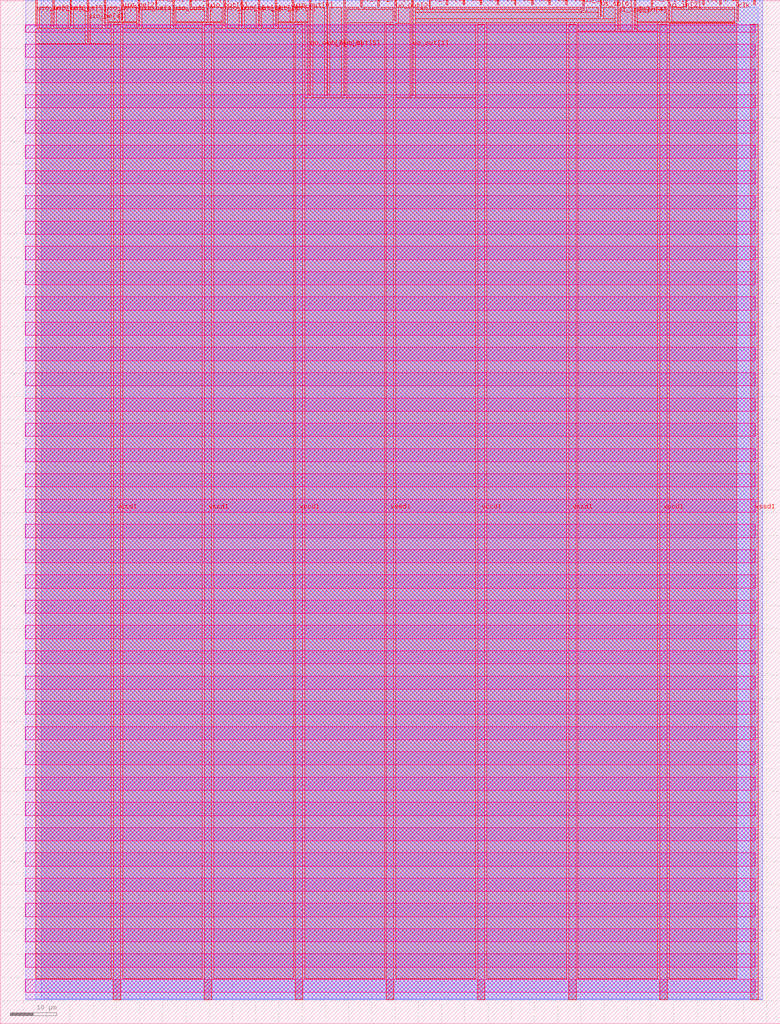
<source format=lef>
VERSION 5.7 ;
  NOWIREEXTENSIONATPIN ON ;
  DIVIDERCHAR "/" ;
  BUSBITCHARS "[]" ;
MACRO tt_um_gatecat_fpga_top
  CLASS BLOCK ;
  FOREIGN tt_um_gatecat_fpga_top ;
  ORIGIN 0.000 0.000 ;
  SIZE 167.900 BY 220.320 ;
  PIN clk
    DIRECTION INPUT ;
    USE SIGNAL ;
    PORT
      LAYER met4 ;
        RECT 158.550 215.750 158.850 220.320 ;
    END
  END clk
  PIN ena
    DIRECTION INPUT ;
    USE SIGNAL ;
    PORT
      LAYER met4 ;
        RECT 162.230 219.320 162.530 220.320 ;
    END
  END ena
  PIN rst_n
    DIRECTION INPUT ;
    USE SIGNAL ;
    PORT
      LAYER met4 ;
        RECT 154.870 219.320 155.170 220.320 ;
    END
  END rst_n
  PIN ui_in[0]
    DIRECTION INPUT ;
    USE SIGNAL ;
    PORT
      LAYER met4 ;
        RECT 151.190 219.320 151.490 220.320 ;
    END
  END ui_in[0]
  PIN ui_in[1]
    DIRECTION INPUT ;
    USE SIGNAL ;
    PORT
      LAYER met4 ;
        RECT 147.510 218.780 147.810 220.320 ;
    END
  END ui_in[1]
  PIN ui_in[2]
    DIRECTION INPUT ;
    USE SIGNAL ;
    PORT
      LAYER met4 ;
        RECT 143.830 216.060 144.130 220.320 ;
    END
  END ui_in[2]
  PIN ui_in[3]
    DIRECTION INPUT ;
    USE SIGNAL ;
    PORT
      LAYER met4 ;
        RECT 140.150 218.780 140.450 220.320 ;
    END
  END ui_in[3]
  PIN ui_in[4]
    DIRECTION INPUT ;
    USE SIGNAL ;
    PORT
      LAYER met4 ;
        RECT 136.470 214.020 136.770 220.320 ;
    END
  END ui_in[4]
  PIN ui_in[5]
    DIRECTION INPUT ;
    USE SIGNAL ;
    PORT
      LAYER met4 ;
        RECT 132.790 214.020 133.090 220.320 ;
    END
  END ui_in[5]
  PIN ui_in[6]
    DIRECTION INPUT ;
    USE SIGNAL ;
    PORT
      LAYER met4 ;
        RECT 129.110 216.740 129.410 220.320 ;
    END
  END ui_in[6]
  PIN ui_in[7]
    DIRECTION INPUT ;
    USE SIGNAL ;
    PORT
      LAYER met4 ;
        RECT 125.430 218.100 125.730 220.320 ;
    END
  END ui_in[7]
  PIN uio_in[0]
    DIRECTION INPUT ;
    USE SIGNAL ;
    PORT
      LAYER met4 ;
        RECT 121.750 219.320 122.050 220.320 ;
    END
  END uio_in[0]
  PIN uio_in[1]
    DIRECTION INPUT ;
    USE SIGNAL ;
    PORT
      LAYER met4 ;
        RECT 118.070 219.320 118.370 220.320 ;
    END
  END uio_in[1]
  PIN uio_in[2]
    DIRECTION INPUT ;
    USE SIGNAL ;
    PORT
      LAYER met4 ;
        RECT 114.390 219.320 114.690 220.320 ;
    END
  END uio_in[2]
  PIN uio_in[3]
    DIRECTION INPUT ;
    USE SIGNAL ;
    PORT
      LAYER met4 ;
        RECT 110.710 219.320 111.010 220.320 ;
    END
  END uio_in[3]
  PIN uio_in[4]
    DIRECTION INPUT ;
    USE SIGNAL ;
    PORT
      LAYER met4 ;
        RECT 107.030 219.320 107.330 220.320 ;
    END
  END uio_in[4]
  PIN uio_in[5]
    DIRECTION INPUT ;
    USE SIGNAL ;
    PORT
      LAYER met4 ;
        RECT 103.350 219.320 103.650 220.320 ;
    END
  END uio_in[5]
  PIN uio_in[6]
    DIRECTION INPUT ;
    USE SIGNAL ;
    PORT
      LAYER met4 ;
        RECT 99.670 219.320 99.970 220.320 ;
    END
  END uio_in[6]
  PIN uio_in[7]
    DIRECTION INPUT ;
    USE SIGNAL ;
    PORT
      LAYER met4 ;
        RECT 95.990 219.320 96.290 220.320 ;
    END
  END uio_in[7]
  PIN uio_oe[0]
    DIRECTION OUTPUT TRISTATE ;
    USE SIGNAL ;
    PORT
      LAYER met4 ;
        RECT 33.430 218.780 33.730 220.320 ;
    END
  END uio_oe[0]
  PIN uio_oe[1]
    DIRECTION OUTPUT TRISTATE ;
    USE SIGNAL ;
    PORT
      LAYER met4 ;
        RECT 29.750 214.700 30.050 220.320 ;
    END
  END uio_oe[1]
  PIN uio_oe[2]
    DIRECTION OUTPUT TRISTATE ;
    USE SIGNAL ;
    PORT
      LAYER met4 ;
        RECT 26.070 216.060 26.370 220.320 ;
    END
  END uio_oe[2]
  PIN uio_oe[3]
    DIRECTION OUTPUT TRISTATE ;
    USE SIGNAL ;
    PORT
      LAYER met4 ;
        RECT 22.390 214.700 22.690 220.320 ;
    END
  END uio_oe[3]
  PIN uio_oe[4]
    DIRECTION OUTPUT TRISTATE ;
    USE SIGNAL ;
    PORT
      LAYER met4 ;
        RECT 18.710 211.300 19.010 220.320 ;
    END
  END uio_oe[4]
  PIN uio_oe[5]
    DIRECTION OUTPUT TRISTATE ;
    USE SIGNAL ;
    PORT
      LAYER met4 ;
        RECT 15.030 214.700 15.330 220.320 ;
    END
  END uio_oe[5]
  PIN uio_oe[6]
    DIRECTION OUTPUT TRISTATE ;
    USE SIGNAL ;
    PORT
      LAYER met4 ;
        RECT 11.350 214.700 11.650 220.320 ;
    END
  END uio_oe[6]
  PIN uio_oe[7]
    DIRECTION OUTPUT TRISTATE ;
    USE SIGNAL ;
    PORT
      LAYER met4 ;
        RECT 7.670 214.700 7.970 220.320 ;
    END
  END uio_oe[7]
  PIN uio_out[0]
    DIRECTION OUTPUT TRISTATE ;
    USE SIGNAL ;
    PORT
      LAYER met4 ;
        RECT 62.870 216.060 63.170 220.320 ;
    END
  END uio_out[0]
  PIN uio_out[1]
    DIRECTION OUTPUT TRISTATE ;
    USE SIGNAL ;
    PORT
      LAYER met4 ;
        RECT 59.190 214.700 59.490 220.320 ;
    END
  END uio_out[1]
  PIN uio_out[2]
    DIRECTION OUTPUT TRISTATE ;
    USE SIGNAL ;
    PORT
      LAYER met4 ;
        RECT 55.510 214.700 55.810 220.320 ;
    END
  END uio_out[2]
  PIN uio_out[3]
    DIRECTION OUTPUT TRISTATE ;
    USE SIGNAL ;
    PORT
      LAYER met4 ;
        RECT 51.830 214.700 52.130 220.320 ;
    END
  END uio_out[3]
  PIN uio_out[4]
    DIRECTION OUTPUT TRISTATE ;
    USE SIGNAL ;
    PORT
      LAYER met4 ;
        RECT 48.150 214.700 48.450 220.320 ;
    END
  END uio_out[4]
  PIN uio_out[5]
    DIRECTION OUTPUT TRISTATE ;
    USE SIGNAL ;
    PORT
      LAYER met4 ;
        RECT 44.470 216.060 44.770 220.320 ;
    END
  END uio_out[5]
  PIN uio_out[6]
    DIRECTION OUTPUT TRISTATE ;
    USE SIGNAL ;
    PORT
      LAYER met4 ;
        RECT 40.790 218.780 41.090 220.320 ;
    END
  END uio_out[6]
  PIN uio_out[7]
    DIRECTION OUTPUT TRISTATE ;
    USE SIGNAL ;
    PORT
      LAYER met4 ;
        RECT 37.110 214.700 37.410 220.320 ;
    END
  END uio_out[7]
  PIN uo_out[0]
    DIRECTION OUTPUT TRISTATE ;
    USE SIGNAL ;
    PORT
      LAYER met4 ;
        RECT 92.310 218.780 92.610 220.320 ;
    END
  END uo_out[0]
  PIN uo_out[1]
    DIRECTION OUTPUT TRISTATE ;
    USE SIGNAL ;
    PORT
      LAYER met4 ;
        RECT 88.630 199.740 88.930 220.320 ;
    END
  END uo_out[1]
  PIN uo_out[2]
    DIRECTION OUTPUT TRISTATE ;
    USE SIGNAL ;
    PORT
      LAYER met4 ;
        RECT 84.950 215.750 85.250 220.320 ;
    END
  END uo_out[2]
  PIN uo_out[3]
    DIRECTION OUTPUT TRISTATE ;
    USE SIGNAL ;
    PORT
      LAYER met4 ;
        RECT 81.270 218.780 81.570 220.320 ;
    END
  END uo_out[3]
  PIN uo_out[4]
    DIRECTION OUTPUT TRISTATE ;
    USE SIGNAL ;
    PORT
      LAYER met4 ;
        RECT 77.590 218.780 77.890 220.320 ;
    END
  END uo_out[4]
  PIN uo_out[5]
    DIRECTION OUTPUT TRISTATE ;
    USE SIGNAL ;
    PORT
      LAYER met4 ;
        RECT 73.910 199.740 74.210 220.320 ;
    END
  END uo_out[5]
  PIN uo_out[6]
    DIRECTION OUTPUT TRISTATE ;
    USE SIGNAL ;
    PORT
      LAYER met4 ;
        RECT 70.230 199.740 70.530 220.320 ;
    END
  END uo_out[6]
  PIN uo_out[7]
    DIRECTION OUTPUT TRISTATE ;
    USE SIGNAL ;
    PORT
      LAYER met4 ;
        RECT 66.550 199.740 66.850 220.320 ;
    END
  END uo_out[7]
  PIN vccd1
    DIRECTION INOUT ;
    USE POWER ;
    PORT
      LAYER met4 ;
        RECT 24.325 5.200 25.925 215.120 ;
    END
    PORT
      LAYER met4 ;
        RECT 63.535 5.200 65.135 215.120 ;
    END
    PORT
      LAYER met4 ;
        RECT 102.745 5.200 104.345 215.120 ;
    END
    PORT
      LAYER met4 ;
        RECT 141.955 5.200 143.555 215.120 ;
    END
  END vccd1
  PIN vssd1
    DIRECTION INOUT ;
    USE GROUND ;
    PORT
      LAYER met4 ;
        RECT 43.930 5.200 45.530 215.120 ;
    END
    PORT
      LAYER met4 ;
        RECT 83.140 5.200 84.740 215.120 ;
    END
    PORT
      LAYER met4 ;
        RECT 122.350 5.200 123.950 215.120 ;
    END
    PORT
      LAYER met4 ;
        RECT 161.560 5.200 163.160 215.120 ;
    END
  END vssd1
  OBS
      LAYER nwell ;
        RECT 5.330 213.465 162.570 215.070 ;
        RECT 5.330 208.025 162.570 210.855 ;
        RECT 5.330 202.585 162.570 205.415 ;
        RECT 5.330 197.145 162.570 199.975 ;
        RECT 5.330 191.705 162.570 194.535 ;
        RECT 5.330 186.265 162.570 189.095 ;
        RECT 5.330 180.825 162.570 183.655 ;
        RECT 5.330 175.385 162.570 178.215 ;
        RECT 5.330 169.945 162.570 172.775 ;
        RECT 5.330 164.505 162.570 167.335 ;
        RECT 5.330 159.065 162.570 161.895 ;
        RECT 5.330 153.625 162.570 156.455 ;
        RECT 5.330 148.185 162.570 151.015 ;
        RECT 5.330 142.745 162.570 145.575 ;
        RECT 5.330 137.305 162.570 140.135 ;
        RECT 5.330 131.865 162.570 134.695 ;
        RECT 5.330 126.425 162.570 129.255 ;
        RECT 5.330 120.985 162.570 123.815 ;
        RECT 5.330 115.545 162.570 118.375 ;
        RECT 5.330 110.105 162.570 112.935 ;
        RECT 5.330 104.665 162.570 107.495 ;
        RECT 5.330 99.225 162.570 102.055 ;
        RECT 5.330 93.785 162.570 96.615 ;
        RECT 5.330 88.345 162.570 91.175 ;
        RECT 5.330 82.905 162.570 85.735 ;
        RECT 5.330 77.465 162.570 80.295 ;
        RECT 5.330 72.025 162.570 74.855 ;
        RECT 5.330 66.585 162.570 69.415 ;
        RECT 5.330 61.145 162.570 63.975 ;
        RECT 5.330 55.705 162.570 58.535 ;
        RECT 5.330 50.265 162.570 53.095 ;
        RECT 5.330 44.825 162.570 47.655 ;
        RECT 5.330 39.385 162.570 42.215 ;
        RECT 5.330 33.945 162.570 36.775 ;
        RECT 5.330 28.505 162.570 31.335 ;
        RECT 5.330 23.065 162.570 25.895 ;
        RECT 5.330 17.625 162.570 20.455 ;
        RECT 5.330 12.185 162.570 15.015 ;
        RECT 5.330 6.745 162.570 9.575 ;
      LAYER li1 ;
        RECT 5.520 5.355 162.380 214.965 ;
      LAYER met1 ;
        RECT 5.520 5.200 164.150 220.280 ;
      LAYER met2 ;
        RECT 8.830 5.255 164.120 220.310 ;
      LAYER met3 ;
        RECT 7.630 5.275 163.150 218.785 ;
      LAYER met4 ;
        RECT 8.370 214.300 10.950 218.785 ;
        RECT 12.050 214.300 14.630 218.785 ;
        RECT 15.730 214.300 18.310 218.785 ;
        RECT 7.655 210.900 18.310 214.300 ;
        RECT 19.410 214.300 21.990 218.785 ;
        RECT 23.090 215.660 25.670 218.785 ;
        RECT 26.770 215.660 29.350 218.785 ;
        RECT 23.090 215.520 29.350 215.660 ;
        RECT 23.090 214.300 23.925 215.520 ;
        RECT 19.410 210.900 23.925 214.300 ;
        RECT 7.655 9.695 23.925 210.900 ;
        RECT 26.325 214.300 29.350 215.520 ;
        RECT 30.450 218.380 33.030 218.785 ;
        RECT 34.130 218.380 36.710 218.785 ;
        RECT 30.450 214.300 36.710 218.380 ;
        RECT 37.810 218.380 40.390 218.785 ;
        RECT 41.490 218.380 44.070 218.785 ;
        RECT 37.810 215.660 44.070 218.380 ;
        RECT 45.170 215.660 47.750 218.785 ;
        RECT 37.810 215.520 47.750 215.660 ;
        RECT 37.810 214.300 43.530 215.520 ;
        RECT 26.325 9.695 43.530 214.300 ;
        RECT 45.930 214.300 47.750 215.520 ;
        RECT 48.850 214.300 51.430 218.785 ;
        RECT 52.530 214.300 55.110 218.785 ;
        RECT 56.210 214.300 58.790 218.785 ;
        RECT 59.890 215.660 62.470 218.785 ;
        RECT 63.570 215.660 66.150 218.785 ;
        RECT 59.890 215.520 66.150 215.660 ;
        RECT 59.890 214.300 63.135 215.520 ;
        RECT 45.930 9.695 63.135 214.300 ;
        RECT 65.535 199.340 66.150 215.520 ;
        RECT 67.250 199.340 69.830 218.785 ;
        RECT 70.930 199.340 73.510 218.785 ;
        RECT 74.610 218.380 77.190 218.785 ;
        RECT 78.290 218.380 80.870 218.785 ;
        RECT 81.970 218.380 84.550 218.785 ;
        RECT 74.610 215.520 84.550 218.380 ;
        RECT 74.610 199.340 82.740 215.520 ;
        RECT 85.650 215.350 88.230 218.785 ;
        RECT 65.535 9.695 82.740 199.340 ;
        RECT 85.140 199.340 88.230 215.350 ;
        RECT 89.330 218.380 91.910 218.785 ;
        RECT 93.010 218.380 125.030 218.785 ;
        RECT 89.330 217.700 125.030 218.380 ;
        RECT 126.130 217.700 128.710 218.785 ;
        RECT 89.330 216.340 128.710 217.700 ;
        RECT 129.810 216.340 132.390 218.785 ;
        RECT 89.330 215.520 132.390 216.340 ;
        RECT 89.330 199.340 102.345 215.520 ;
        RECT 85.140 9.695 102.345 199.340 ;
        RECT 104.745 9.695 121.950 215.520 ;
        RECT 124.350 213.620 132.390 215.520 ;
        RECT 133.490 213.620 136.070 218.785 ;
        RECT 137.170 218.380 139.750 218.785 ;
        RECT 140.850 218.380 143.430 218.785 ;
        RECT 137.170 215.660 143.430 218.380 ;
        RECT 144.530 218.380 147.110 218.785 ;
        RECT 148.210 218.380 158.150 218.785 ;
        RECT 144.530 215.660 158.150 218.380 ;
        RECT 137.170 215.520 158.150 215.660 ;
        RECT 137.170 213.620 141.555 215.520 ;
        RECT 124.350 9.695 141.555 213.620 ;
        RECT 143.955 215.350 158.150 215.520 ;
        RECT 143.955 9.695 158.550 215.350 ;
  END
END tt_um_gatecat_fpga_top
END LIBRARY


</source>
